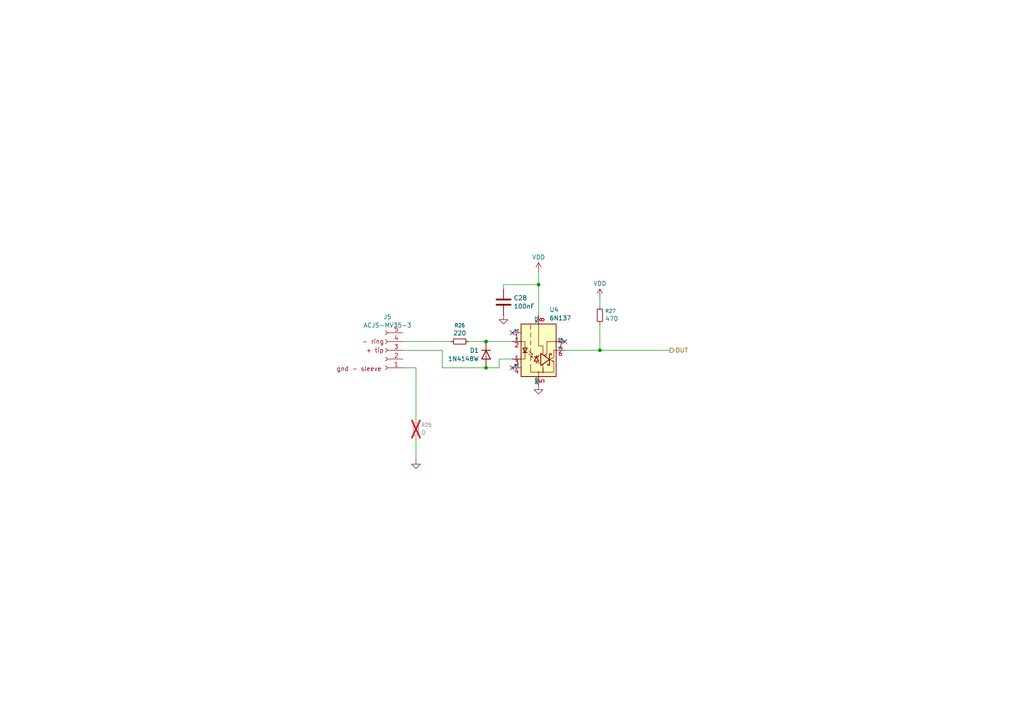
<source format=kicad_sch>
(kicad_sch (version 20250114) (generator "eeschema") (generator_version "9.0")
  (paper "A4")
  (lib_symbols
    (symbol "Connector:Conn_01x05_Socket" (pin_names (offset 1.016) (hide yes))
      (property "Reference" "J1" (at -0.635 -9.6817 0))
      (property "Value" "ACJS-MV35-3" (at -0.635 -7.2574 0))
      (symbol "Conn_01x05_Socket_1_1"
        (polyline (pts (xy -1.27 5.08) (xy -0.508 5.08)) (stroke (width 0.1524)))
        (polyline (pts (xy -1.27 2.54) (xy -0.508 2.54)) (stroke (width 0.1524)))
        (polyline (pts (xy -1.27 0) (xy -0.508 0)) (stroke (width 0.1524)))
        (polyline (pts (xy -1.27 -2.54) (xy -0.508 -2.54)) (stroke (width 0.1524)))
        (polyline (pts (xy -1.27 -5.08) (xy -0.508 -5.08)) (stroke (width 0.1524)))
        (arc (start 0 4.572) (mid -0.5058 5.08) (end 0 5.588) (stroke (width 0.1524)))
        (arc (start 0 2.032) (mid -0.5058 2.54) (end 0 3.048) (stroke (width 0.1524)))
        (arc (start 0 -0.508) (mid -0.5058 0) (end 0 0.508) (stroke (width 0.1524)))
        (arc (start 0 -3.048) (mid -0.5058 -2.54) (end 0 -2.032) (stroke (width 0.1524)))
        (arc (start 0 -5.588) (mid -0.5058 -5.08) (end 0 -4.572) (stroke (width 0.1524)))
        (text "+ tip" (at 3.048 0 0) (effects (font (size 1.27 1.27))))
        (text "- ring" (at 3.556 -2.54 0) (effects (font (size 1.27 1.27))))
        (text "gnd - sleeve" (at 7.62 5.334 0) (effects (font (size 1.27 1.27))))
        (pin passive line (at -5.08 5.08 0) (length 3.81) (name "Pin_1") (number "1"))
        (pin passive line (at -5.08 2.54 0) (length 3.81) (name "Pin_2") (number "2"))
        (pin passive line (at -5.08 0 0) (length 3.81) (name "Pin_3") (number "3"))
        (pin passive line (at -5.08 -2.54 0) (length 3.81) (name "Pin_4") (number "4"))
        (pin passive line (at -5.08 -5.08 0) (length 3.81) (name "Pin_5") (number "5"))
      )
    )
    (symbol "Device:C" (pin_numbers (hide yes)) (pin_names (offset 0.254))
      (property "Reference" "C" (at 0.635 2.54 0))
      (property "Value" "C" (at 0.635 -2.54 0))
      (symbol "C_0_1"
        (polyline (pts (xy -2.032 0.762) (xy 2.032 0.762)) (stroke (width 0.508)))
        (polyline (pts (xy -2.032 -0.762) (xy 2.032 -0.762)) (stroke (width 0.508)))
      )
      (symbol "C_1_1"
        (pin passive line (at 0 3.81 270) (length 2.794) (name "~") (number "1"))
        (pin passive line (at 0 -3.81 90) (length 2.794) (name "~") (number "2"))
      )
    )
    (symbol "Device:R_Small" (pin_numbers (hide yes)) (pin_names (offset 0.254) (hide yes))
      (property "Reference" "R" (at 0 0 90))
      (property "Value" "R_Small" (at 1.778 0 90))
      (symbol "R_Small_0_1"
        (rectangle (start -0.762 1.778) (end 0.762 -1.778) (stroke (width 0.2032)))
      )
      (symbol "R_Small_1_1"
        (pin passive line (at 0 2.54 270) (length 0.762) (name "~") (number "1"))
        (pin passive line (at 0 -2.54 90) (length 0.762) (name "~") (number "2"))
      )
    )
    (symbol "Diode:1N4148W" (pin_numbers (hide yes)) (pin_names (hide yes))
      (property "Reference" "D" (at 0 2.54 0))
      (property "Value" "1N4148W" (at 0 -2.54 0))
      (symbol "1N4148W_0_1"
        (polyline (pts (xy -1.27 1.27) (xy -1.27 -1.27)) (stroke (width 0.254)))
        (polyline (pts (xy 1.27 1.27) (xy 1.27 -1.27) (xy -1.27 0) (xy 1.27 1.27)) (stroke (width 0.254)))
        (polyline (pts (xy 1.27 0) (xy -1.27 0)))
      )
      (symbol "1N4148W_1_1"
        (pin passive line (at -3.81 0 0) (length 2.54) (name "K") (number "1"))
        (pin passive line (at 3.81 0 180) (length 2.54) (name "A") (number "2"))
      )
    )
    (symbol "Isolator:6N137" (pin_names (offset 0))
      (property "Reference" "U" (at -4.064 8.89 0))
      (property "Value" "6N137" (at 0 -8.89 0))
      (symbol "6N137_0_1"
        (polyline (pts (xy -5.08 -2.54) (xy -3.937 -2.54) (xy -3.937 2.54) (xy -5.08 2.54)))
        (polyline (pts (xy -2.794 -0.254) (xy -1.717 -1.331) (xy -2.076 -1.152) (xy -1.896 -0.972) (xy -1.717 -1.331)))
        (polyline (pts (xy -2.794 -1.016) (xy -1.717 -2.093) (xy -2.076 -1.914) (xy -1.896 -1.734) (xy -1.717 -2.093)))
        (polyline (pts (xy 0 -6.35) (xy -2.286 -6.35) (xy -2.286 -4.064)))
        (polyline (pts (xy 1.27 -5.08) (xy 1.27 -6.35) (xy 0 -6.35) (xy 0 -7.62)))
        (polyline (pts (xy 3.175 -2.667) (xy 0.635 -4.445) (xy 0.635 -0.889) (xy 3.175 -2.667)) (stroke (width 0.254)))
      )
      (symbol "6N137_1_1"
        (rectangle (start -5.08 7.62) (end 5.08 -7.62) (stroke (width 0.254)) (fill (type background)))
        (polyline (pts (xy -4.572 -0.635) (xy -3.302 -0.635)) (stroke (width 0.254)))
        (polyline (pts (xy -3.937 -0.635) (xy -4.572 0.635) (xy -3.302 0.635) (xy -3.937 -0.635)) (stroke (width 0.254)))
        (polyline (pts (xy -2.286 7.366) (xy -2.286 6.096)))
        (polyline (pts (xy -2.286 5.08) (xy -2.286 3.81)))
        (polyline (pts (xy -2.286 2.794) (xy -2.286 1.524)))
        (polyline (pts (xy -2.286 0.508) (xy -2.286 -0.762)))
        (polyline (pts (xy -2.286 -1.778) (xy -2.286 -3.048)))
        (polyline (pts (xy -1.27 -1.905) (xy 0 -1.905)) (stroke (width 0.254)))
        (polyline (pts (xy -0.635 -1.905) (xy -0.635 -1.524) (xy 0.508 -1.524)))
        (polyline (pts (xy -0.635 -1.905) (xy -1.27 -3.175) (xy 0 -3.175) (xy -0.635 -1.905)) (stroke (width 0.254)))
        (polyline (pts (xy -0.635 -3.302) (xy -0.635 -3.683) (xy 0.635 -3.683)))
        (circle (center 0 -6.35) (radius 0.127) (fill (type outline)))
        (polyline (pts (xy 1.27 -1.27) (xy 1.27 1.27) (xy 0 1.27) (xy 0 7.62)))
        (polyline (pts (xy 1.27 -4.064) (xy 1.27 -6.35) (xy 4.445 -6.35)))
        (circle (center 1.27 -6.35) (radius 0.127) (fill (type outline)))
        (circle (center 2.032 -1.397) (radius 0.254))
        (polyline (pts (xy 2.1844 -1.1684) (xy 2.413 -0.889) (xy 2.413 2.54) (xy 5.08 2.54)))
        (polyline (pts (xy 3.175 -2.667) (xy 4.445 -3.302) (xy 4.445 -6.35)))
        (polyline (pts (xy 3.175 -2.667) (xy 3.175 -1.016) (xy 3.683 -1.016) (xy 3.683 -1.397)) (stroke (width 0.254)))
        (polyline (pts (xy 3.175 -2.667) (xy 3.175 -4.318) (xy 2.667 -4.318) (xy 2.667 -3.937)) (stroke (width 0.254)))
        (polyline (pts (xy 3.175 -2.667) (xy 4.445 -2.032) (xy 4.445 0) (xy 5.08 0)))
        (polyline (pts (xy 4.445 -3.302) (xy 4.161 -3.018) (xy 4.047 -3.246) (xy 4.445 -3.302)) (stroke (width 0.127)) (fill (type outline)))
        (pin passive line (at -7.62 5.08 0) (length 2.54) (name "NC") (number "1"))
        (pin passive line (at -7.62 2.54 0) (length 2.54) (name "A") (number "2"))
        (pin passive line (at -7.62 -2.54 0) (length 2.54) (name "C") (number "3"))
        (pin passive line (at -7.62 -5.08 0) (length 2.54) (name "NC") (number "4"))
        (pin power_in line (at 0 10.16 270) (length 2.54) (name "VCC") (number "8"))
        (pin power_in line (at 0 -10.16 90) (length 2.54) (name "GND") (number "5"))
        (pin input line (at 7.62 2.54 180) (length 2.54) (name "EN") (number "7"))
        (pin open_collector line (at 7.62 0 180) (length 2.54) (name "VO") (number "6"))
      )
    )
    (symbol "power:GND" (power) (pin_numbers (hide yes)) (pin_names (offset 0) (hide yes))
      (property "Value" "GND" (at 0 -3.81 0))
      (symbol "GND_0_1"
        (polyline (pts (xy 0 0) (xy 0 -1.27) (xy 1.27 -1.27) (xy 0 -2.54) (xy -1.27 -1.27) (xy 0 -1.27)))
      )
      (symbol "GND_1_1"
        (pin power_in line (at 0 0 270) (length 0) (name "~") (number "1"))
      )
    )
    (symbol "power:VDD" (power) (pin_numbers (hide yes)) (pin_names (offset 0) (hide yes))
      (property "Value" "VDD" (at 0 3.556 0))
      (symbol "VDD_0_1"
        (polyline (pts (xy -0.762 1.27) (xy 0 2.54)))
        (polyline (pts (xy 0 2.54) (xy 0.762 1.27)))
        (polyline (pts (xy 0 0) (xy 0 2.54)))
      )
      (symbol "VDD_1_1"
        (pin power_in line (at 0 0 90) (length 0) (name "~") (number "1"))
      )
    )
  )
  (junction (at 140.97 106.68))
  (junction (at 156.21 82.55))
  (junction (at 173.99 101.6))
  (junction (at 140.97 99.06))
  (no_connect (at 148.59 96.52))
  (no_connect (at 148.59 106.68))
  (no_connect (at 163.83 99.06))
  (wire (pts (xy 163.83 101.6) (xy 173.99 101.6)))
  (wire (pts (xy 144.78 106.68) (xy 140.97 106.68)))
  (wire (pts (xy 140.97 106.68) (xy 128.27 106.68)))
  (wire (pts (xy 116.84 99.06) (xy 130.81 99.06)))
  (wire (pts (xy 128.27 106.68) (xy 128.27 101.6)))
  (wire (pts (xy 120.65 127) (xy 120.65 133.35)))
  (wire (pts (xy 116.84 101.6) (xy 128.27 101.6)))
  (wire (pts (xy 144.78 104.14) (xy 144.78 106.68)))
  (wire (pts (xy 146.05 82.55) (xy 156.21 82.55)))
  (wire (pts (xy 140.97 99.06) (xy 148.59 99.06)))
  (wire (pts (xy 116.84 106.68) (xy 120.65 106.68)))
  (wire (pts (xy 135.89 99.06) (xy 140.97 99.06)))
  (wire (pts (xy 156.21 82.55) (xy 156.21 91.44)))
  (wire (pts (xy 173.99 101.6) (xy 194.31 101.6)))
  (wire (pts (xy 146.05 83.82) (xy 146.05 82.55)))
  (wire (pts (xy 173.99 101.6) (xy 173.99 93.98)))
  (wire (pts (xy 120.65 106.68) (xy 120.65 121.92)))
  (wire (pts (xy 156.21 78.74) (xy 156.21 82.55)))
  (wire (pts (xy 148.59 104.14) (xy 144.78 104.14)))
  (wire (pts (xy 173.99 86.36) (xy 173.99 88.9)))
  (hierarchical_label "OUT" (shape output) (at 194.31 101.6 0))
  (symbol (lib_id "Device:C") (at 146.05 87.63 0) (unit 1)
    (property "Reference" "C28" (at 148.971 86.4178 0) (effects (justify left)))
    (property "Value" "100nF" (at 148.971 88.8421 0) (effects (justify left)))
    (property "Footprint" "Capacitor_SMD:C_0603_1608Metric" (effects (hide yes)))
    (property "Description" "Unpolarized capacitor" (effects (hide yes)))
    (property "PN" "CC0603KRX7R9BB104" (effects (hide yes)))
    (property "LCSC Part #" "C14663" (effects (hide yes)))
    (instances (project "tdm2ethernet1" (path "" (reference "C28") (unit 1)) (path "" (reference "C32") (unit 1))))
  )
  (symbol (lib_id "power:GND") (at 120.65 133.35 0) (unit 1)
    (property "Reference" "#PWR039" (effects (hide yes)))
    (property "Value" "GND" (effects (hide yes)))
    (property "Description" "Power symbol creates a global label with name \"GND\" , ground" (effects (hide yes)))
    (instances (project "tdm2ethernet1" (path "" (reference "#PWR039") (unit 1)) (path "" (reference "#PWR049") (unit 1))))
  )
  (symbol (lib_id "power:VDD") (at 173.99 86.36 0) (unit 1)
    (property "Reference" "#PWR045" (effects (hide yes)))
    (property "Value" "VDD" (at 173.99 82.2269 0))
    (property "Description" "Power symbol creates a global label with name \"VDD\"" (effects (hide yes)))
    (instances (project "tdm2ethernet1" (path "" (reference "#PWR045") (unit 1)) (path "" (reference "#PWR053") (unit 1))))
  )
  (symbol (lib_id "Diode:1N4148W") (at 140.97 102.87 270) (unit 1)
    (property "Reference" "D1" (at 138.938 101.6578 90) (effects (justify right)))
    (property "Value" "1N4148W" (at 138.938 104.0821 90) (effects (justify right)))
    (property "Footprint" "Diode_SMD:D_SOD-123" (effects (hide yes)))
    (property "Datasheet" "https://www.vishay.com/docs/85748/1n4148w.pdf" (effects (hide yes)))
    (property "Description" "75V 0.15A Fast Switching Diode, SOD-123" (effects (hide yes)))
    (property "Sim.Device" "D" (effects (hide yes)))
    (property "Sim.Pins" "1=K 2=A" (effects (hide yes)))
    (property "PN" "1N4148W" (effects (hide yes)))
    (property "LCSC Part #" "C81598" (effects (hide yes)))
    (instances (project "tdm2ethernet1" (path "" (reference "D1") (unit 1)) (path "" (reference "D5") (unit 1))))
  )
  (symbol (lib_id "power:VDD") (at 156.21 78.74 0) (unit 1)
    (property "Reference" "#PWR041" (effects (hide yes)))
    (property "Value" "VDD" (at 156.21 74.6069 0))
    (property "Description" "Power symbol creates a global label with name \"VDD\"" (effects (hide yes)))
    (instances (project "tdm2ethernet1" (path "" (reference "#PWR041") (unit 1)) (path "" (reference "#PWR051") (unit 1))))
  )
  (symbol (lib_id "Isolator:6N137") (at 156.21 101.6 0) (unit 1)
    (property "Reference" "U4" (at 159.3281 89.8355 0) (effects (justify left)))
    (property "Value" "6N137" (at 159.3281 92.2598 0) (effects (justify left)))
    (property "Footprint" "Package_DIP:DIP-8_W7.62mm" (effects (hide yes)))
    (property "Datasheet" "https://docs.broadcom.com/docs/AV02-0940EN" (effects (hide yes)))
    (property "Description" "Single High Speed LSTTL/TTL Compatible Optocoupler with enable, dV/dt 1000/us, VCM 10, max 7V VCC, DIP-8" (effects (hide yes)))
    (property "PN" "160-1791-ND" (effects (hide yes)))
    (instances (project "tdm2ethernet1" (path "" (reference "U4") (unit 1)) (path "" (reference "U7") (unit 1))))
  )
  (symbol (lib_id "Device:R_Small") (at 120.65 124.46 180) (unit 1) (dnp yes)
    (property "Reference" "R25" (at 122.1486 123.2478 0) (effects (font (size 1.016 1.016)) (justify right)))
    (property "Value" "0" (at 122.1486 125.4677 0) (effects (justify right)))
    (property "Footprint" "Resistor_SMD:R_0603_1608Metric" (effects (hide yes)))
    (property "Description" "Resistor, small symbol" (effects (hide yes)))
    (property "PN" "CRCW06030000Z0EA" (effects (hide yes)))
    (property "LCSC Part #" "C21189" (effects (hide yes)))
    (instances (project "tdm2ethernet1" (path "" (reference "R25") (unit 1)) (path "" (reference "R50") (unit 1))))
  )
  (symbol (lib_id "power:GND") (at 156.21 111.76 0) (unit 1)
    (property "Reference" "#PWR042" (effects (hide yes)))
    (property "Value" "GND" (effects (hide yes)))
    (property "Description" "Power symbol creates a global label with name \"GND\" , ground" (effects (hide yes)))
    (instances (project "tdm2ethernet1" (path "" (reference "#PWR042") (unit 1)) (path "" (reference "#PWR052") (unit 1))))
  )
  (symbol (lib_id "Connector:Conn_01x05_Socket") (at 111.76 101.6 180) (unit 1)
    (property "Reference" "J5" (at 112.395 91.9183 0))
    (property "Value" "ACJS-MV35-3" (at 112.395 94.3426 0))
    (property "Footprint" "pcm3168a_euro1:Amphenol_ACJS" (effects (hide yes)))
    (property "Description" "Generic connector, single row, 01x05, script generated" (effects (hide yes)))
    (property "PN" "ACJS-MV35-3" (effects (hide yes)))
    (instances (project "tdm2ethernet1" (path "" (reference "J5") (unit 1)) (path "" (reference "J10") (unit 1))))
  )
  (symbol (lib_id "Device:R_Small") (at 173.99 91.44 0) (unit 1)
    (property "Reference" "R27" (at 175.4886 90.2278 0) (effects (font (size 1.016 1.016)) (justify left)))
    (property "Value" "470" (at 175.4886 92.4477 0) (effects (justify left)))
    (property "Footprint" "Resistor_SMD:R_0603_1608Metric" (effects (hide yes)))
    (property "Description" "Resistor, small symbol" (effects (hide yes)))
    (property "PN" "CRCW0603470RFKEA" (effects (hide yes)))
    (property "LCSC Part #" "C23179" (effects (hide yes)))
    (instances (project "tdm2ethernet1" (path "" (reference "R27") (unit 1)) (path "" (reference "R45") (unit 1))))
  )
  (symbol (lib_id "power:GND") (at 146.05 91.44 0) (unit 1)
    (property "Reference" "#PWR040" (effects (hide yes)))
    (property "Value" "GND" (effects (hide yes)))
    (property "Description" "Power symbol creates a global label with name \"GND\" , ground" (effects (hide yes)))
    (instances (project "tdm2ethernet1" (path "" (reference "#PWR040") (unit 1)) (path "" (reference "#PWR050") (unit 1))))
  )
  (symbol (lib_id "Device:R_Small") (at 133.35 99.06 270) (unit 1)
    (property "Reference" "R26" (at 133.35 94.3833 90) (effects (font (size 1.016 1.016))))
    (property "Value" "220" (at 133.35 96.6032 90))
    (property "Footprint" "Resistor_SMD:R_0603_1608Metric" (effects (hide yes)))
    (property "Description" "Resistor, small symbol" (effects (hide yes)))
    (property "PN" "CRCW0603220RFKEA" (effects (hide yes)))
    (property "LCSC Part #" "C22962" (effects (hide yes)))
    (instances (project "tdm2ethernet1" (path "" (reference "R26") (unit 1)) (path "" (reference "R44") (unit 1))))
  )
)
</source>
